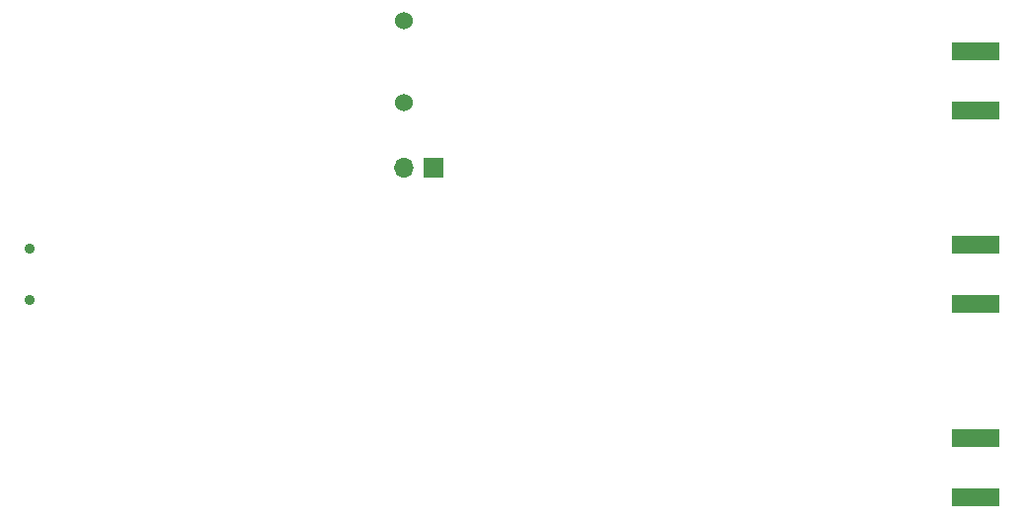
<source format=gbs>
%TF.GenerationSoftware,KiCad,Pcbnew,4.0.7*%
%TF.CreationDate,2018-03-04T17:21:21-05:00*%
%TF.ProjectId,BusinessCard,427573696E657373436172642E6B6963,rev?*%
%TF.FileFunction,Soldermask,Bot*%
%FSLAX46Y46*%
G04 Gerber Fmt 4.6, Leading zero omitted, Abs format (unit mm)*
G04 Created by KiCad (PCBNEW 4.0.7) date Sunday, March 04, 2018 'PMt' 05:21:21 PM*
%MOMM*%
%LPD*%
G01*
G04 APERTURE LIST*
%ADD10C,0.100000*%
%ADD11C,0.899160*%
%ADD12R,1.700000X1.700000*%
%ADD13O,1.700000X1.700000*%
%ADD14R,4.064000X1.524000*%
%ADD15C,1.524000*%
G04 APERTURE END LIST*
D10*
D11*
X110700900Y-94500360D03*
X110700900Y-98899640D03*
D12*
X145288000Y-87503000D03*
D13*
X142748000Y-87503000D03*
D14*
X191820800Y-82651600D03*
X191820800Y-77571600D03*
X191795400Y-99237800D03*
X191795400Y-94157800D03*
X191795400Y-115849400D03*
X191795400Y-110769400D03*
D15*
X142824200Y-74909800D03*
X142824200Y-81909800D03*
M02*

</source>
